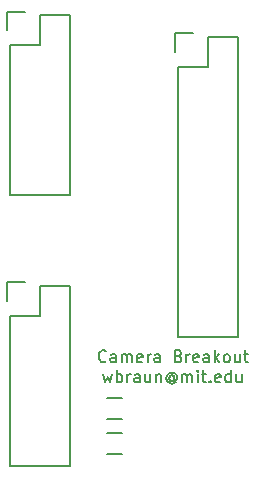
<source format=gbr>
G04 #@! TF.FileFunction,Legend,Top*
%FSLAX46Y46*%
G04 Gerber Fmt 4.6, Leading zero omitted, Abs format (unit mm)*
G04 Created by KiCad (PCBNEW 4.0.4+e1-6308~48~ubuntu14.04.1-stable) date Wed Oct 26 00:07:37 2016*
%MOMM*%
%LPD*%
G01*
G04 APERTURE LIST*
%ADD10C,0.100000*%
%ADD11C,0.200000*%
%ADD12C,0.150000*%
G04 APERTURE END LIST*
D10*
D11*
X6833333Y-28007143D02*
X6785714Y-28054762D01*
X6642857Y-28102381D01*
X6547619Y-28102381D01*
X6404761Y-28054762D01*
X6309523Y-27959524D01*
X6261904Y-27864286D01*
X6214285Y-27673810D01*
X6214285Y-27530952D01*
X6261904Y-27340476D01*
X6309523Y-27245238D01*
X6404761Y-27150000D01*
X6547619Y-27102381D01*
X6642857Y-27102381D01*
X6785714Y-27150000D01*
X6833333Y-27197619D01*
X7690476Y-28102381D02*
X7690476Y-27578571D01*
X7642857Y-27483333D01*
X7547619Y-27435714D01*
X7357142Y-27435714D01*
X7261904Y-27483333D01*
X7690476Y-28054762D02*
X7595238Y-28102381D01*
X7357142Y-28102381D01*
X7261904Y-28054762D01*
X7214285Y-27959524D01*
X7214285Y-27864286D01*
X7261904Y-27769048D01*
X7357142Y-27721429D01*
X7595238Y-27721429D01*
X7690476Y-27673810D01*
X8166666Y-28102381D02*
X8166666Y-27435714D01*
X8166666Y-27530952D02*
X8214285Y-27483333D01*
X8309523Y-27435714D01*
X8452381Y-27435714D01*
X8547619Y-27483333D01*
X8595238Y-27578571D01*
X8595238Y-28102381D01*
X8595238Y-27578571D02*
X8642857Y-27483333D01*
X8738095Y-27435714D01*
X8880952Y-27435714D01*
X8976190Y-27483333D01*
X9023809Y-27578571D01*
X9023809Y-28102381D01*
X9880952Y-28054762D02*
X9785714Y-28102381D01*
X9595237Y-28102381D01*
X9499999Y-28054762D01*
X9452380Y-27959524D01*
X9452380Y-27578571D01*
X9499999Y-27483333D01*
X9595237Y-27435714D01*
X9785714Y-27435714D01*
X9880952Y-27483333D01*
X9928571Y-27578571D01*
X9928571Y-27673810D01*
X9452380Y-27769048D01*
X10357142Y-28102381D02*
X10357142Y-27435714D01*
X10357142Y-27626190D02*
X10404761Y-27530952D01*
X10452380Y-27483333D01*
X10547618Y-27435714D01*
X10642857Y-27435714D01*
X11404762Y-28102381D02*
X11404762Y-27578571D01*
X11357143Y-27483333D01*
X11261905Y-27435714D01*
X11071428Y-27435714D01*
X10976190Y-27483333D01*
X11404762Y-28054762D02*
X11309524Y-28102381D01*
X11071428Y-28102381D01*
X10976190Y-28054762D01*
X10928571Y-27959524D01*
X10928571Y-27864286D01*
X10976190Y-27769048D01*
X11071428Y-27721429D01*
X11309524Y-27721429D01*
X11404762Y-27673810D01*
X12976191Y-27578571D02*
X13119048Y-27626190D01*
X13166667Y-27673810D01*
X13214286Y-27769048D01*
X13214286Y-27911905D01*
X13166667Y-28007143D01*
X13119048Y-28054762D01*
X13023810Y-28102381D01*
X12642857Y-28102381D01*
X12642857Y-27102381D01*
X12976191Y-27102381D01*
X13071429Y-27150000D01*
X13119048Y-27197619D01*
X13166667Y-27292857D01*
X13166667Y-27388095D01*
X13119048Y-27483333D01*
X13071429Y-27530952D01*
X12976191Y-27578571D01*
X12642857Y-27578571D01*
X13642857Y-28102381D02*
X13642857Y-27435714D01*
X13642857Y-27626190D02*
X13690476Y-27530952D01*
X13738095Y-27483333D01*
X13833333Y-27435714D01*
X13928572Y-27435714D01*
X14642858Y-28054762D02*
X14547620Y-28102381D01*
X14357143Y-28102381D01*
X14261905Y-28054762D01*
X14214286Y-27959524D01*
X14214286Y-27578571D01*
X14261905Y-27483333D01*
X14357143Y-27435714D01*
X14547620Y-27435714D01*
X14642858Y-27483333D01*
X14690477Y-27578571D01*
X14690477Y-27673810D01*
X14214286Y-27769048D01*
X15547620Y-28102381D02*
X15547620Y-27578571D01*
X15500001Y-27483333D01*
X15404763Y-27435714D01*
X15214286Y-27435714D01*
X15119048Y-27483333D01*
X15547620Y-28054762D02*
X15452382Y-28102381D01*
X15214286Y-28102381D01*
X15119048Y-28054762D01*
X15071429Y-27959524D01*
X15071429Y-27864286D01*
X15119048Y-27769048D01*
X15214286Y-27721429D01*
X15452382Y-27721429D01*
X15547620Y-27673810D01*
X16023810Y-28102381D02*
X16023810Y-27102381D01*
X16119048Y-27721429D02*
X16404763Y-28102381D01*
X16404763Y-27435714D02*
X16023810Y-27816667D01*
X16976191Y-28102381D02*
X16880953Y-28054762D01*
X16833334Y-28007143D01*
X16785715Y-27911905D01*
X16785715Y-27626190D01*
X16833334Y-27530952D01*
X16880953Y-27483333D01*
X16976191Y-27435714D01*
X17119049Y-27435714D01*
X17214287Y-27483333D01*
X17261906Y-27530952D01*
X17309525Y-27626190D01*
X17309525Y-27911905D01*
X17261906Y-28007143D01*
X17214287Y-28054762D01*
X17119049Y-28102381D01*
X16976191Y-28102381D01*
X18166668Y-27435714D02*
X18166668Y-28102381D01*
X17738096Y-27435714D02*
X17738096Y-27959524D01*
X17785715Y-28054762D01*
X17880953Y-28102381D01*
X18023811Y-28102381D01*
X18119049Y-28054762D01*
X18166668Y-28007143D01*
X18500001Y-27435714D02*
X18880953Y-27435714D01*
X18642858Y-27102381D02*
X18642858Y-27959524D01*
X18690477Y-28054762D01*
X18785715Y-28102381D01*
X18880953Y-28102381D01*
X6595238Y-29135714D02*
X6785714Y-29802381D01*
X6976191Y-29326190D01*
X7166667Y-29802381D01*
X7357143Y-29135714D01*
X7738095Y-29802381D02*
X7738095Y-28802381D01*
X7738095Y-29183333D02*
X7833333Y-29135714D01*
X8023810Y-29135714D01*
X8119048Y-29183333D01*
X8166667Y-29230952D01*
X8214286Y-29326190D01*
X8214286Y-29611905D01*
X8166667Y-29707143D01*
X8119048Y-29754762D01*
X8023810Y-29802381D01*
X7833333Y-29802381D01*
X7738095Y-29754762D01*
X8642857Y-29802381D02*
X8642857Y-29135714D01*
X8642857Y-29326190D02*
X8690476Y-29230952D01*
X8738095Y-29183333D01*
X8833333Y-29135714D01*
X8928572Y-29135714D01*
X9690477Y-29802381D02*
X9690477Y-29278571D01*
X9642858Y-29183333D01*
X9547620Y-29135714D01*
X9357143Y-29135714D01*
X9261905Y-29183333D01*
X9690477Y-29754762D02*
X9595239Y-29802381D01*
X9357143Y-29802381D01*
X9261905Y-29754762D01*
X9214286Y-29659524D01*
X9214286Y-29564286D01*
X9261905Y-29469048D01*
X9357143Y-29421429D01*
X9595239Y-29421429D01*
X9690477Y-29373810D01*
X10595239Y-29135714D02*
X10595239Y-29802381D01*
X10166667Y-29135714D02*
X10166667Y-29659524D01*
X10214286Y-29754762D01*
X10309524Y-29802381D01*
X10452382Y-29802381D01*
X10547620Y-29754762D01*
X10595239Y-29707143D01*
X11071429Y-29135714D02*
X11071429Y-29802381D01*
X11071429Y-29230952D02*
X11119048Y-29183333D01*
X11214286Y-29135714D01*
X11357144Y-29135714D01*
X11452382Y-29183333D01*
X11500001Y-29278571D01*
X11500001Y-29802381D01*
X12595239Y-29326190D02*
X12547620Y-29278571D01*
X12452382Y-29230952D01*
X12357144Y-29230952D01*
X12261906Y-29278571D01*
X12214286Y-29326190D01*
X12166667Y-29421429D01*
X12166667Y-29516667D01*
X12214286Y-29611905D01*
X12261906Y-29659524D01*
X12357144Y-29707143D01*
X12452382Y-29707143D01*
X12547620Y-29659524D01*
X12595239Y-29611905D01*
X12595239Y-29230952D02*
X12595239Y-29611905D01*
X12642858Y-29659524D01*
X12690477Y-29659524D01*
X12785715Y-29611905D01*
X12833334Y-29516667D01*
X12833334Y-29278571D01*
X12738096Y-29135714D01*
X12595239Y-29040476D01*
X12404763Y-28992857D01*
X12214286Y-29040476D01*
X12071429Y-29135714D01*
X11976191Y-29278571D01*
X11928572Y-29469048D01*
X11976191Y-29659524D01*
X12071429Y-29802381D01*
X12214286Y-29897619D01*
X12404763Y-29945238D01*
X12595239Y-29897619D01*
X12738096Y-29802381D01*
X13261905Y-29802381D02*
X13261905Y-29135714D01*
X13261905Y-29230952D02*
X13309524Y-29183333D01*
X13404762Y-29135714D01*
X13547620Y-29135714D01*
X13642858Y-29183333D01*
X13690477Y-29278571D01*
X13690477Y-29802381D01*
X13690477Y-29278571D02*
X13738096Y-29183333D01*
X13833334Y-29135714D01*
X13976191Y-29135714D01*
X14071429Y-29183333D01*
X14119048Y-29278571D01*
X14119048Y-29802381D01*
X14595238Y-29802381D02*
X14595238Y-29135714D01*
X14595238Y-28802381D02*
X14547619Y-28850000D01*
X14595238Y-28897619D01*
X14642857Y-28850000D01*
X14595238Y-28802381D01*
X14595238Y-28897619D01*
X14928571Y-29135714D02*
X15309523Y-29135714D01*
X15071428Y-28802381D02*
X15071428Y-29659524D01*
X15119047Y-29754762D01*
X15214285Y-29802381D01*
X15309523Y-29802381D01*
X15642857Y-29707143D02*
X15690476Y-29754762D01*
X15642857Y-29802381D01*
X15595238Y-29754762D01*
X15642857Y-29707143D01*
X15642857Y-29802381D01*
X16500000Y-29754762D02*
X16404762Y-29802381D01*
X16214285Y-29802381D01*
X16119047Y-29754762D01*
X16071428Y-29659524D01*
X16071428Y-29278571D01*
X16119047Y-29183333D01*
X16214285Y-29135714D01*
X16404762Y-29135714D01*
X16500000Y-29183333D01*
X16547619Y-29278571D01*
X16547619Y-29373810D01*
X16071428Y-29469048D01*
X17404762Y-29802381D02*
X17404762Y-28802381D01*
X17404762Y-29754762D02*
X17309524Y-29802381D01*
X17119047Y-29802381D01*
X17023809Y-29754762D01*
X16976190Y-29707143D01*
X16928571Y-29611905D01*
X16928571Y-29326190D01*
X16976190Y-29230952D01*
X17023809Y-29183333D01*
X17119047Y-29135714D01*
X17309524Y-29135714D01*
X17404762Y-29183333D01*
X18309524Y-29135714D02*
X18309524Y-29802381D01*
X17880952Y-29135714D02*
X17880952Y-29659524D01*
X17928571Y-29754762D01*
X18023809Y-29802381D01*
X18166667Y-29802381D01*
X18261905Y-29754762D01*
X18309524Y-29707143D01*
D12*
X18020000Y-25930000D02*
X18020000Y-530000D01*
X12940000Y-3070000D02*
X12940000Y-25930000D01*
X18020000Y-25930000D02*
X12940000Y-25930000D01*
X18020000Y-530000D02*
X15480000Y-530000D01*
X14210000Y-250000D02*
X12660000Y-250000D01*
X15480000Y-530000D02*
X15480000Y-3070000D01*
X15480000Y-3070000D02*
X12940000Y-3070000D01*
X12660000Y-250000D02*
X12660000Y-1800000D01*
X3810000Y-13970000D02*
X3810000Y1270000D01*
X-1270000Y-1270000D02*
X-1270000Y-13970000D01*
X3810000Y-13970000D02*
X-1270000Y-13970000D01*
X3810000Y1270000D02*
X1270000Y1270000D01*
X0Y1550000D02*
X-1550000Y1550000D01*
X1270000Y1270000D02*
X1270000Y-1270000D01*
X1270000Y-1270000D02*
X-1270000Y-1270000D01*
X-1550000Y1550000D02*
X-1550000Y0D01*
X3810000Y-36870000D02*
X3810000Y-21630000D01*
X-1270000Y-24170000D02*
X-1270000Y-36870000D01*
X3810000Y-36870000D02*
X-1270000Y-36870000D01*
X3810000Y-21630000D02*
X1270000Y-21630000D01*
X0Y-21350000D02*
X-1550000Y-21350000D01*
X1270000Y-21630000D02*
X1270000Y-24170000D01*
X1270000Y-24170000D02*
X-1270000Y-24170000D01*
X-1550000Y-21350000D02*
X-1550000Y-22900000D01*
X6950000Y-31125000D02*
X8150000Y-31125000D01*
X8150000Y-32875000D02*
X6950000Y-32875000D01*
X6950000Y-34125000D02*
X8150000Y-34125000D01*
X8150000Y-35875000D02*
X6950000Y-35875000D01*
M02*

</source>
